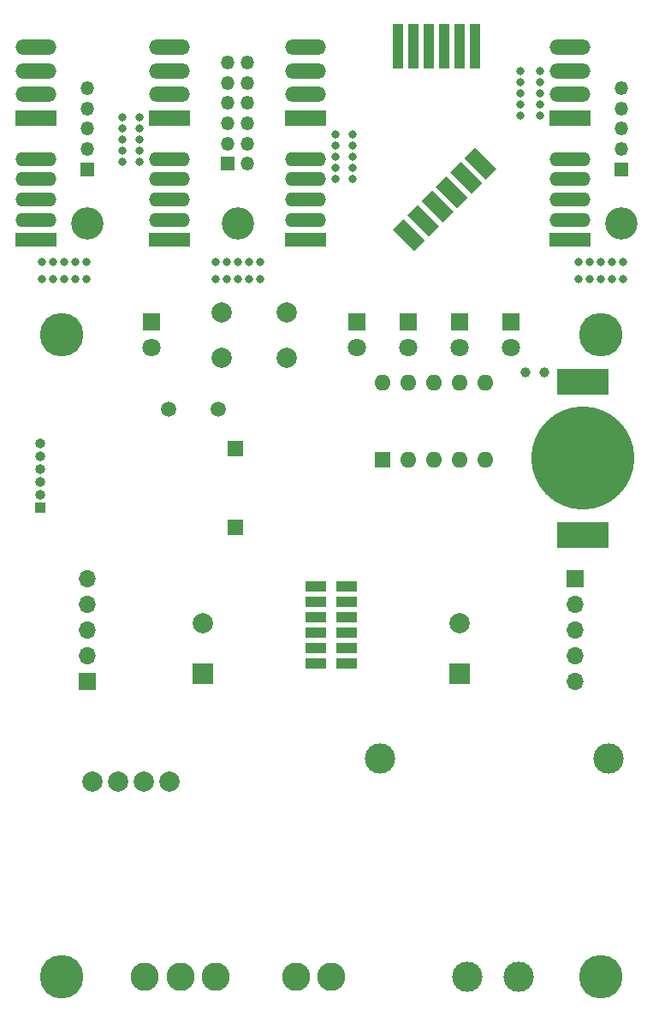
<source format=gts>
G04 #@! TF.GenerationSoftware,KiCad,Pcbnew,5.1.12-84ad8e8a86~92~ubuntu16.04.1*
G04 #@! TF.CreationDate,2022-11-17T21:27:21+01:00*
G04 #@! TF.ProjectId,LedBar,4c656442-6172-42e6-9b69-6361645f7063,rev?*
G04 #@! TF.SameCoordinates,Original*
G04 #@! TF.FileFunction,Soldermask,Top*
G04 #@! TF.FilePolarity,Negative*
%FSLAX46Y46*%
G04 Gerber Fmt 4.6, Leading zero omitted, Abs format (unit mm)*
G04 Created by KiCad (PCBNEW 5.1.12-84ad8e8a86~92~ubuntu16.04.1) date 2022-11-17 21:27:21*
%MOMM*%
%LPD*%
G01*
G04 APERTURE LIST*
%ADD10O,1.350000X1.350000*%
%ADD11R,1.350000X1.350000*%
%ADD12O,4.050000X1.400000*%
%ADD13R,4.050000X1.400000*%
%ADD14C,3.200000*%
%ADD15C,2.000000*%
%ADD16C,0.800000*%
%ADD17C,0.100000*%
%ADD18R,1.070000X4.413000*%
%ADD19O,1.000000X1.000000*%
%ADD20R,1.000000X1.000000*%
%ADD21C,2.800000*%
%ADD22R,2.032000X1.070000*%
%ADD23C,4.300000*%
%ADD24C,3.000000*%
%ADD25C,1.500000*%
%ADD26R,1.500000X1.500000*%
%ADD27O,1.700000X1.700000*%
%ADD28R,1.700000X1.700000*%
%ADD29R,2.000000X2.000000*%
%ADD30C,1.800000*%
%ADD31R,1.800000X1.800000*%
%ADD32O,1.600000X1.600000*%
%ADD33R,1.600000X1.600000*%
%ADD34C,1.000000*%
%ADD35C,10.200000*%
%ADD36R,5.100000X2.500000*%
%ADD37R,4.050000X1.500000*%
%ADD38O,4.050000X1.500000*%
G04 APERTURE END LIST*
D10*
X127000000Y-51816000D03*
X127000000Y-53816000D03*
X127000000Y-55816000D03*
X127000000Y-57816000D03*
D11*
X127000000Y-59816000D03*
D12*
X174752000Y-58802000D03*
D13*
X174752000Y-66802000D03*
D12*
X174752000Y-62802000D03*
X174752000Y-64802000D03*
X174752000Y-60802000D03*
D10*
X179832000Y-51816000D03*
X179832000Y-53816000D03*
X179832000Y-55816000D03*
X179832000Y-57816000D03*
D11*
X179832000Y-59816000D03*
D14*
X179832000Y-65196000D03*
D15*
X135128000Y-120396000D03*
X132588000Y-120396000D03*
X130048000Y-120396000D03*
X127508000Y-120396000D03*
D16*
X177800000Y-70720000D03*
X176700000Y-70720000D03*
X175600000Y-70720000D03*
X178900000Y-70720000D03*
X180000000Y-70720000D03*
X178900000Y-68980000D03*
X175600000Y-68980000D03*
X176700000Y-68980000D03*
X180000000Y-68980000D03*
X177800000Y-68980000D03*
X153270000Y-58547000D03*
X153270000Y-59647000D03*
X153270000Y-60747000D03*
X153270000Y-57447000D03*
X153270000Y-56347000D03*
X151530000Y-57447000D03*
X151530000Y-60747000D03*
X151530000Y-59647000D03*
X151530000Y-56347000D03*
X151530000Y-58547000D03*
X141859000Y-70720000D03*
X140759000Y-70720000D03*
X139659000Y-70720000D03*
X142959000Y-70720000D03*
X144059000Y-70720000D03*
X142959000Y-68980000D03*
X139659000Y-68980000D03*
X140759000Y-68980000D03*
X144059000Y-68980000D03*
X141859000Y-68980000D03*
X132188000Y-56896000D03*
X132188000Y-57996000D03*
X132188000Y-59096000D03*
X132188000Y-55796000D03*
X132188000Y-54696000D03*
X130448000Y-55796000D03*
X130448000Y-59096000D03*
X130448000Y-57996000D03*
X130448000Y-54696000D03*
X130448000Y-56896000D03*
X124714000Y-70720000D03*
X123614000Y-70720000D03*
X122514000Y-70720000D03*
X125814000Y-70720000D03*
X126914000Y-70720000D03*
X125814000Y-68980000D03*
X122514000Y-68980000D03*
X123614000Y-68980000D03*
X126914000Y-68980000D03*
X124714000Y-68980000D03*
D17*
G36*
X160410330Y-66848670D02*
G01*
X159349670Y-67909330D01*
X157228350Y-65788010D01*
X158289010Y-64727350D01*
X160410330Y-66848670D01*
G37*
G36*
X161824543Y-65434456D02*
G01*
X160763883Y-66495116D01*
X158642563Y-64373796D01*
X159703223Y-63313136D01*
X161824543Y-65434456D01*
G37*
G36*
X163238757Y-64020243D02*
G01*
X162178097Y-65080903D01*
X160056777Y-62959583D01*
X161117437Y-61898923D01*
X163238757Y-64020243D01*
G37*
G36*
X164652971Y-62606029D02*
G01*
X163592311Y-63666689D01*
X161470991Y-61545369D01*
X162531651Y-60484709D01*
X164652971Y-62606029D01*
G37*
G36*
X166067184Y-61191816D02*
G01*
X165006524Y-62252476D01*
X162885204Y-60131156D01*
X163945864Y-59070496D01*
X166067184Y-61191816D01*
G37*
G36*
X167481398Y-59777602D02*
G01*
X166420738Y-60838262D01*
X164299418Y-58716942D01*
X165360078Y-57656282D01*
X167481398Y-59777602D01*
G37*
D18*
X157734000Y-47672500D03*
X159258000Y-47672500D03*
X160782000Y-47672500D03*
X162306000Y-47672500D03*
X163830000Y-47672500D03*
X165354000Y-47672500D03*
D19*
X122301000Y-86931500D03*
X122301000Y-88201500D03*
X122301000Y-89471500D03*
X122301000Y-90741500D03*
X122301000Y-92011500D03*
D20*
X122301000Y-93281500D03*
D21*
X151130000Y-139700000D03*
X147630000Y-139700000D03*
D22*
X149606000Y-101092000D03*
X152654000Y-101092000D03*
X149606000Y-102616000D03*
X152654000Y-102616000D03*
X149606000Y-104140000D03*
X152654000Y-104140000D03*
X149606000Y-105664000D03*
X152654000Y-105664000D03*
X149606000Y-107188000D03*
X152654000Y-107188000D03*
X149606000Y-108712000D03*
X152654000Y-108712000D03*
D21*
X139700000Y-139700000D03*
X136200000Y-139700000D03*
X132700000Y-139700000D03*
D14*
X141859000Y-65151000D03*
X127000000Y-65196000D03*
D23*
X177800000Y-76200000D03*
D24*
X178556000Y-118110000D03*
X155956000Y-118110000D03*
D25*
X135074000Y-83566000D03*
X139954000Y-83566000D03*
D26*
X141605000Y-87413000D03*
X141605000Y-95213000D03*
D27*
X127000000Y-100330000D03*
X127000000Y-102870000D03*
X127000000Y-105410000D03*
X127000000Y-107950000D03*
D28*
X127000000Y-110490000D03*
D27*
X175260000Y-110490000D03*
X175260000Y-107950000D03*
X175260000Y-105410000D03*
X175260000Y-102870000D03*
D28*
X175260000Y-100330000D03*
D23*
X124460000Y-76200000D03*
D15*
X163830000Y-104728000D03*
D29*
X163830000Y-109728000D03*
D15*
X138430000Y-104728000D03*
D29*
X138430000Y-109728000D03*
D30*
X163830000Y-77470000D03*
D31*
X163830000Y-74930000D03*
D30*
X158750000Y-77470000D03*
D31*
X158750000Y-74930000D03*
D30*
X153670000Y-77470000D03*
D31*
X153670000Y-74930000D03*
D15*
X140260000Y-78450000D03*
X140260000Y-73950000D03*
X146760000Y-78450000D03*
X146760000Y-73950000D03*
D23*
X177800000Y-139700000D03*
X124460000Y-139700000D03*
D32*
X156210000Y-80899000D03*
X166370000Y-88519000D03*
X158750000Y-80899000D03*
X163830000Y-88519000D03*
X161290000Y-80899000D03*
X161290000Y-88519000D03*
X163830000Y-80899000D03*
X158750000Y-88519000D03*
X166370000Y-80899000D03*
D33*
X156210000Y-88519000D03*
D30*
X168910000Y-77470000D03*
D31*
X168910000Y-74930000D03*
D34*
X170312000Y-79883000D03*
X172212000Y-79883000D03*
D10*
X142859000Y-49276000D03*
X140859000Y-49276000D03*
X142859000Y-51276000D03*
X140859000Y-51276000D03*
X142859000Y-53276000D03*
X140859000Y-53276000D03*
X142859000Y-55276000D03*
X140859000Y-55276000D03*
X142859000Y-57276000D03*
X140859000Y-57276000D03*
X142859000Y-59276000D03*
D11*
X140859000Y-59276000D03*
D35*
X176000000Y-88420000D03*
D36*
X176000000Y-80820000D03*
X176000000Y-96020000D03*
D12*
X135128000Y-58802000D03*
D13*
X135128000Y-66802000D03*
D12*
X135128000Y-62802000D03*
X135128000Y-64802000D03*
X135128000Y-60802000D03*
D13*
X148590000Y-66802000D03*
D12*
X148590000Y-64802000D03*
X148590000Y-62802000D03*
X148590000Y-60802000D03*
X148590000Y-58802000D03*
D37*
X148590000Y-54752000D03*
D38*
X148590000Y-52422000D03*
X148590000Y-50082000D03*
X148590000Y-47752000D03*
D12*
X121920000Y-58802000D03*
D13*
X121920000Y-66802000D03*
D12*
X121920000Y-62802000D03*
X121920000Y-64802000D03*
X121920000Y-60802000D03*
D30*
X133350000Y-77470000D03*
D31*
X133350000Y-74930000D03*
D24*
X169700000Y-139700000D03*
X164620000Y-139700000D03*
D37*
X174752000Y-54752000D03*
D38*
X174752000Y-52422000D03*
X174752000Y-50082000D03*
X174752000Y-47752000D03*
D37*
X135128000Y-54752000D03*
D38*
X135128000Y-52422000D03*
X135128000Y-50082000D03*
X135128000Y-47752000D03*
D37*
X121920000Y-54752000D03*
D38*
X121920000Y-52422000D03*
X121920000Y-50082000D03*
X121920000Y-47752000D03*
D16*
X169818000Y-52324000D03*
X169818000Y-50124000D03*
X169818000Y-53424000D03*
X169818000Y-54524000D03*
X169818000Y-51224000D03*
X171812000Y-50124000D03*
X171812000Y-51224000D03*
X171812000Y-54524000D03*
X171812000Y-53424000D03*
X171812000Y-52324000D03*
M02*

</source>
